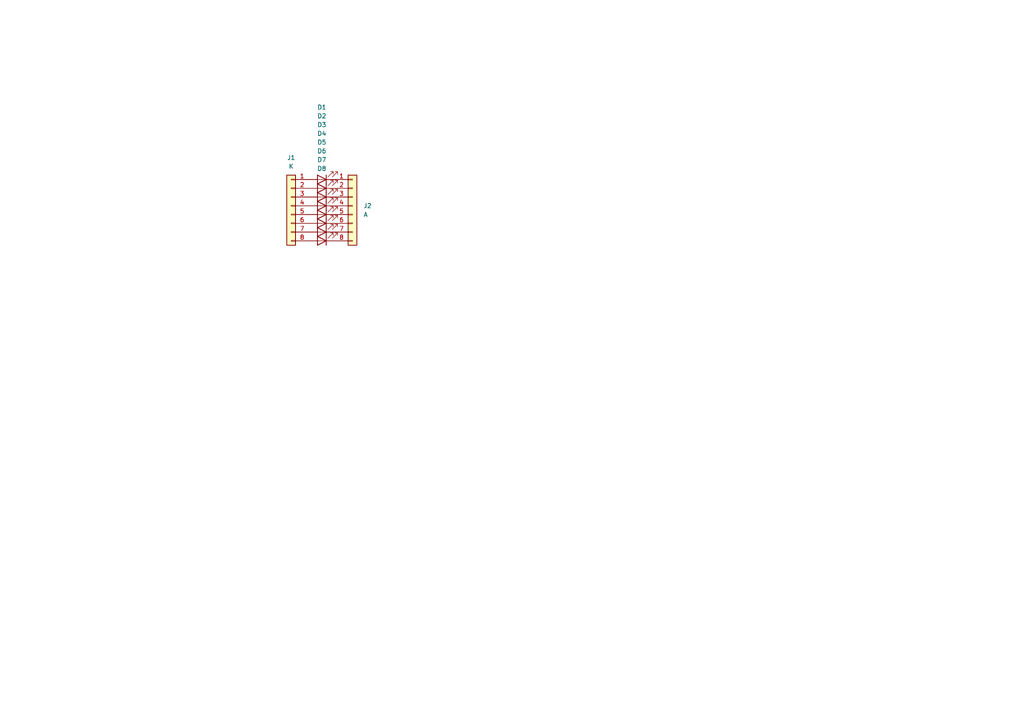
<source format=kicad_sch>
(kicad_sch (version 20230121) (generator eeschema)
  (paper "A4")
  (lib_symbols
    (symbol "Connector_Generic:Conn_01x08" (pin_names (offset 1.016) hide)
      (property "Reference" "J" (at 0 10.16 0))
      (property "Value" "Conn_01x08" (at 0 -12.7 0))
      (symbol "Conn_01x08_1_1"
        (rectangle (start -1.27 -10.033) (end 0 -10.287) (stroke (width 0.1524)))
        (rectangle (start -1.27 -7.493) (end 0 -7.747) (stroke (width 0.1524)))
        (rectangle (start -1.27 -4.953) (end 0 -5.207) (stroke (width 0.1524)))
        (rectangle (start -1.27 -2.413) (end 0 -2.667) (stroke (width 0.1524)))
        (rectangle (start -1.27 0.127) (end 0 -0.127) (stroke (width 0.1524)))
        (rectangle (start -1.27 2.667) (end 0 2.413) (stroke (width 0.1524)))
        (rectangle (start -1.27 5.207) (end 0 4.953) (stroke (width 0.1524)))
        (rectangle (start -1.27 7.747) (end 0 7.493) (stroke (width 0.1524)))
        (rectangle (start -1.27 8.89) (end 1.27 -11.43) (stroke (width 0.254)) (fill (type background)))
        (pin passive line (at -5.08 7.62 0) (length 3.81) (name "Pin_1") (number "1"))
        (pin passive line (at -5.08 5.08 0) (length 3.81) (name "Pin_2") (number "2"))
        (pin passive line (at -5.08 2.54 0) (length 3.81) (name "Pin_3") (number "3"))
        (pin passive line (at -5.08 0 0) (length 3.81) (name "Pin_4") (number "4"))
        (pin passive line (at -5.08 -2.54 0) (length 3.81) (name "Pin_5") (number "5"))
        (pin passive line (at -5.08 -5.08 0) (length 3.81) (name "Pin_6") (number "6"))
        (pin passive line (at -5.08 -7.62 0) (length 3.81) (name "Pin_7") (number "7"))
        (pin passive line (at -5.08 -10.16 0) (length 3.81) (name "Pin_8") (number "8"))
      )
    )
    (symbol "Device:LED" (pin_numbers hide) (pin_names (offset 1.016) hide)
      (property "Reference" "D" (at 0 2.54 0))
      (property "Value" "LED" (at 0 -2.54 0))
      (symbol "LED_0_1"
        (polyline (pts (xy -1.27 -1.27) (xy -1.27 1.27)) (stroke (width 0.254)))
        (polyline (pts (xy -1.27 0) (xy 1.27 0)))
        (polyline (pts (xy 1.27 -1.27) (xy 1.27 1.27) (xy -1.27 0) (xy 1.27 -1.27)) (stroke (width 0.254)))
        (polyline (pts (xy -3.048 -0.762) (xy -4.572 -2.286) (xy -3.81 -2.286) (xy -4.572 -2.286) (xy -4.572 -1.524)))
        (polyline (pts (xy -1.778 -0.762) (xy -3.302 -2.286) (xy -2.54 -2.286) (xy -3.302 -2.286) (xy -3.302 -1.524)))
      )
      (symbol "LED_1_1"
        (pin passive line (at -3.81 0 0) (length 2.54) (name "K") (number "1"))
        (pin passive line (at 3.81 0 180) (length 2.54) (name "A") (number "2"))
      )
    )
  )
  (symbol (lib_id "Device:LED") (at 93.345 57.15 180) (unit 1)
    (property "Reference" "D3" (at 93.345 36.195 0))
    (property "Value" "LED" (effects hide))
    (property "Footprint" "LED_SMD:LED_0805_2012Metric_Pad1.15x1.40mm_HandSolder" (effects hide))
  )
  (symbol (lib_id "Device:LED") (at 93.345 64.77 180) (unit 1)
    (property "Reference" "D6" (at 93.345 43.815 0))
    (property "Value" "LED" (effects hide))
    (property "Footprint" "LED_SMD:LED_0805_2012Metric_Pad1.15x1.40mm_HandSolder" (effects hide))
  )
  (symbol (lib_id "Device:LED") (at 93.345 54.61 180) (unit 1)
    (property "Reference" "D2" (at 93.345 33.655 0))
    (property "Value" "LED" (effects hide))
    (property "Footprint" "LED_SMD:LED_0805_2012Metric_Pad1.15x1.40mm_HandSolder" (effects hide))
  )
  (symbol (lib_id "Connector_Generic:Conn_01x08") (at 102.235 59.69 0) (unit 1)
    (property "Reference" "J2" (at 105.41 59.69 0) (effects (justify left)))
    (property "Value" "A" (at 105.41 62.23 0) (effects (justify left)))
    (property "Footprint" "Connector_PinHeader_2.54mm:PinHeader_1x08_P2.54mm_Vertical" (effects hide))
  )
  (symbol (lib_id "Device:LED") (at 93.345 69.85 180) (unit 1)
    (property "Reference" "D8" (at 93.345 48.895 0))
    (property "Value" "LED" (effects hide))
    (property "Footprint" "LED_SMD:LED_0805_2012Metric_Pad1.15x1.40mm_HandSolder" (effects hide))
  )
  (symbol (lib_id "Device:LED") (at 93.345 67.31 180) (unit 1)
    (property "Reference" "D7" (at 93.345 46.355 0))
    (property "Value" "LED" (effects hide))
    (property "Footprint" "LED_SMD:LED_0805_2012Metric_Pad1.15x1.40mm_HandSolder" (effects hide))
  )
  (symbol (lib_id "Connector_Generic:Conn_01x08") (at 84.455 59.69 0) (mirror y) (unit 1)
    (property "Reference" "J1" (at 84.455 45.72 0))
    (property "Value" "K" (at 84.455 48.26 0))
    (property "Footprint" "Connector_PinHeader_2.54mm:PinHeader_1x08_P2.54mm_Vertical" (effects hide))
  )
  (symbol (lib_id "Device:LED") (at 93.345 59.69 180) (unit 1)
    (property "Reference" "D4" (at 93.345 38.735 0))
    (property "Value" "LED" (effects hide))
    (property "Footprint" "LED_SMD:LED_0805_2012Metric_Pad1.15x1.40mm_HandSolder" (effects hide))
  )
  (symbol (lib_id "Device:LED") (at 93.345 62.23 180) (unit 1)
    (property "Reference" "D5" (at 93.345 41.275 0))
    (property "Value" "LED" (effects hide))
    (property "Footprint" "LED_SMD:LED_0805_2012Metric_Pad1.15x1.40mm_HandSolder" (effects hide))
  )
  (symbol (lib_id "Device:LED") (at 93.345 52.07 180) (unit 1)
    (property "Reference" "D1" (at 93.345 31.115 0))
    (property "Value" "LED" (effects hide))
    (property "Footprint" "LED_SMD:LED_0805_2012Metric_Pad1.15x1.40mm_HandSolder" (effects hide))
  )
)
</source>
